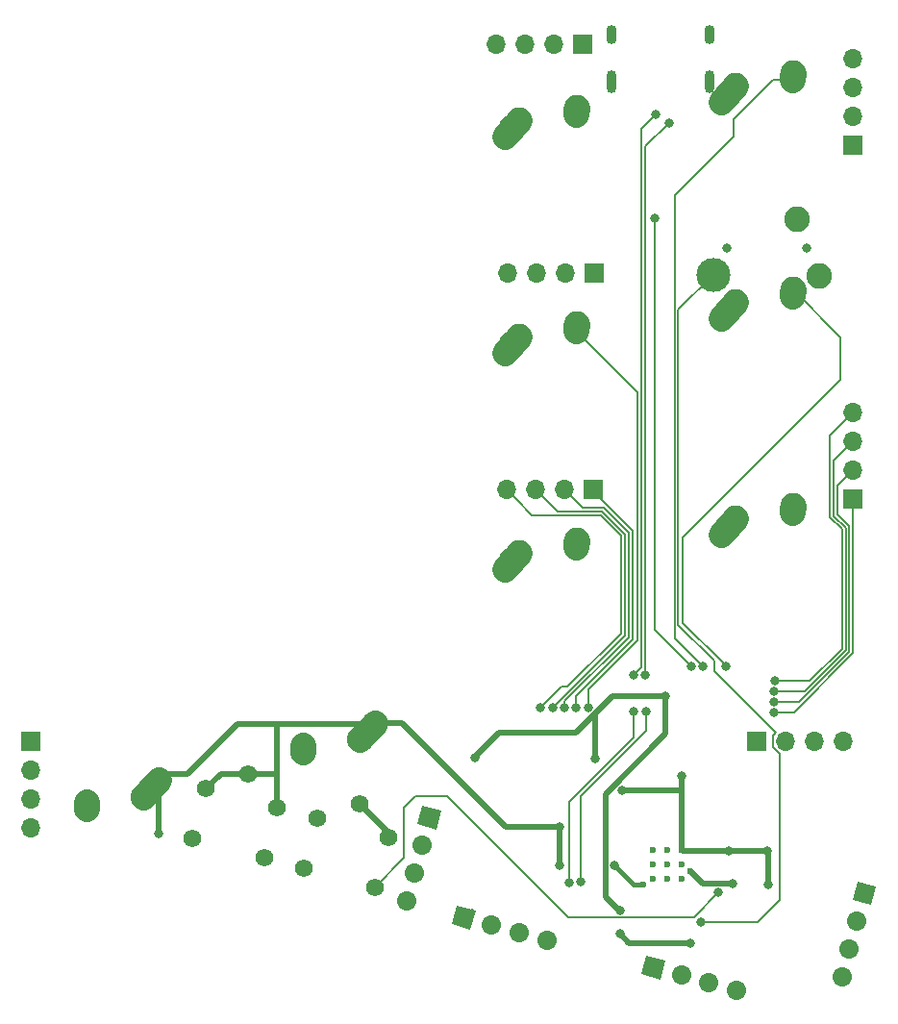
<source format=gbr>
G04 #@! TF.GenerationSoftware,KiCad,Pcbnew,(5.1.4)-1*
G04 #@! TF.CreationDate,2023-07-27T21:11:11-04:00*
G04 #@! TF.ProjectId,ThumbsUp,5468756d-6273-4557-902e-6b696361645f,rev?*
G04 #@! TF.SameCoordinates,Original*
G04 #@! TF.FileFunction,Copper,L1,Top*
G04 #@! TF.FilePolarity,Positive*
%FSLAX46Y46*%
G04 Gerber Fmt 4.6, Leading zero omitted, Abs format (unit mm)*
G04 Created by KiCad (PCBNEW (5.1.4)-1) date 2023-07-27 21:11:11*
%MOMM*%
%LPD*%
G04 APERTURE LIST*
%ADD10C,0.600000*%
%ADD11C,2.250000*%
%ADD12C,2.250000*%
%ADD13C,1.575000*%
%ADD14O,1.700000X1.700000*%
%ADD15R,1.700000X1.700000*%
%ADD16O,0.900000X1.700000*%
%ADD17O,0.900000X2.000000*%
%ADD18C,1.700000*%
%ADD19C,1.700000*%
%ADD20C,0.100000*%
%ADD21C,0.800000*%
%ADD22C,3.000000*%
%ADD23C,0.200000*%
%ADD24C,0.500000*%
%ADD25C,0.400000*%
G04 APERTURE END LIST*
D10*
X113825000Y-463325000D03*
X113825000Y-462050000D03*
X113825000Y-460775000D03*
X112550000Y-463325000D03*
X112550000Y-462050000D03*
X112550000Y-460775000D03*
X111275000Y-463325000D03*
X111275000Y-462050000D03*
X111275000Y-460775000D03*
D11*
X118582789Y-412512952D03*
X117927790Y-413242952D03*
D12*
X117272789Y-413972952D02*
X118582791Y-412512952D01*
D11*
X123622789Y-411432952D03*
X123602789Y-411722952D03*
D12*
X123582789Y-412012952D02*
X123622789Y-411432952D01*
D13*
X85447277Y-456655373D03*
X87998928Y-459674326D03*
X86826658Y-464018953D03*
X81723356Y-457981047D03*
X80551086Y-462325674D03*
X75669532Y-454055373D03*
X78221183Y-457074326D03*
X77048913Y-461418953D03*
X71945611Y-455381047D03*
X70773341Y-459725674D03*
D14*
X97510000Y-389820000D03*
X100050000Y-389820000D03*
X102590000Y-389820000D03*
D15*
X105130000Y-389820000D03*
D11*
X99532789Y-415512952D03*
X98877790Y-416242952D03*
D12*
X98222789Y-416972952D02*
X99532791Y-415512952D01*
D11*
X104572789Y-414432952D03*
X104552789Y-414722952D03*
D12*
X104532789Y-415012952D02*
X104572789Y-414432952D01*
D11*
X118582789Y-431562952D03*
X117927790Y-432292952D03*
D12*
X117272789Y-433022952D02*
X118582791Y-431562952D01*
D11*
X123622789Y-430482952D03*
X123602789Y-430772952D03*
D12*
X123582789Y-431062952D02*
X123622789Y-430482952D01*
D11*
X123602790Y-392672952D03*
D12*
X123582790Y-392962952D02*
X123622790Y-392382952D01*
D11*
X123622790Y-392382952D03*
X117927791Y-394192952D03*
D12*
X117272790Y-394922952D02*
X118582792Y-393462952D01*
D11*
X118582790Y-393462952D03*
X99532790Y-434562952D03*
X98877791Y-435292952D03*
D12*
X98222790Y-436022952D02*
X99532792Y-434562952D01*
D11*
X104572790Y-433482952D03*
X104552790Y-433772952D03*
D12*
X104532790Y-434062952D02*
X104572790Y-433482952D01*
D11*
X104552790Y-395672952D03*
D12*
X104532790Y-395962952D02*
X104572790Y-395382952D01*
D11*
X104572790Y-395382952D03*
X98877791Y-397192952D03*
D12*
X98222790Y-397922952D02*
X99532792Y-396462952D01*
D11*
X99532790Y-396462952D03*
X85482789Y-451062953D03*
X86137788Y-450332953D03*
D12*
X86792789Y-449602953D02*
X85482787Y-451062953D01*
D11*
X80442789Y-452142953D03*
X80462789Y-451852953D03*
D12*
X80482789Y-451562953D02*
X80442789Y-452142953D01*
D11*
X66432789Y-456062952D03*
X67087788Y-455332952D03*
D12*
X67742789Y-454602952D02*
X66432787Y-456062952D01*
D11*
X61392789Y-457142952D03*
X61412789Y-456852952D03*
D12*
X61432789Y-456562952D02*
X61392789Y-457142952D01*
D16*
X116300000Y-388925000D03*
X107660000Y-388925000D03*
D17*
X116300000Y-393095000D03*
X107660000Y-393095000D03*
D18*
X101993144Y-468685154D03*
D19*
X101993144Y-468685154D02*
X101993144Y-468685154D01*
D18*
X99539692Y-468027754D03*
D19*
X99539692Y-468027754D02*
X99539692Y-468027754D01*
D18*
X97086241Y-467370353D03*
D19*
X97086241Y-467370353D02*
X97086241Y-467370353D01*
D18*
X94632789Y-466712953D03*
D20*
G36*
X95233830Y-467753986D02*
G01*
X93591756Y-467313994D01*
X94031748Y-465671920D01*
X95673822Y-466111912D01*
X95233830Y-467753986D01*
X95233830Y-467753986D01*
G37*
D21*
X117800000Y-407725000D03*
X124800000Y-407725000D03*
D11*
X124000000Y-405200000D03*
D22*
X116600000Y-410125000D03*
D11*
X125900000Y-410250000D03*
D14*
X128876095Y-391098305D03*
X128876095Y-393638305D03*
X128876095Y-396178305D03*
D15*
X128876095Y-398718305D03*
D14*
X128940599Y-422224893D03*
X128940599Y-424764893D03*
X128940599Y-427304893D03*
D15*
X128940599Y-429844893D03*
D14*
X128068428Y-451181322D03*
X125528428Y-451181322D03*
X122988428Y-451181322D03*
D15*
X120448428Y-451181322D03*
D18*
X89627956Y-465271820D03*
D19*
X89627956Y-465271820D02*
X89627956Y-465271820D01*
D18*
X90285356Y-462818368D03*
D19*
X90285356Y-462818368D02*
X90285356Y-462818368D01*
D18*
X90942757Y-460364917D03*
D19*
X90942757Y-460364917D02*
X90942757Y-460364917D01*
D18*
X91600157Y-457911465D03*
D20*
G36*
X90559124Y-458512506D02*
G01*
X90999116Y-456870432D01*
X92641190Y-457310424D01*
X92201198Y-458952498D01*
X90559124Y-458512506D01*
X90559124Y-458512506D01*
G37*
D14*
X56532789Y-458812952D03*
X56532789Y-456272952D03*
X56532789Y-453732952D03*
D15*
X56532789Y-451192952D03*
D14*
X98376974Y-429020972D03*
X100916974Y-429020972D03*
X103456974Y-429020972D03*
D15*
X105996974Y-429020972D03*
D14*
X98534161Y-409935202D03*
X101074161Y-409935202D03*
X103614161Y-409935202D03*
D15*
X106154161Y-409935202D03*
D18*
X118693145Y-473085153D03*
D19*
X118693145Y-473085153D02*
X118693145Y-473085153D01*
D18*
X116239693Y-472427753D03*
D19*
X116239693Y-472427753D02*
X116239693Y-472427753D01*
D18*
X113786242Y-471770352D03*
D19*
X113786242Y-471770352D02*
X113786242Y-471770352D01*
D18*
X111332790Y-471112952D03*
D20*
G36*
X110731749Y-470071919D02*
G01*
X112373823Y-470511911D01*
X111933831Y-472153985D01*
X110291757Y-471713993D01*
X110731749Y-470071919D01*
X110731749Y-470071919D01*
G37*
D18*
X127932789Y-471912952D03*
D19*
X127932789Y-471912952D02*
X127932789Y-471912952D01*
D18*
X128590189Y-469459500D03*
D19*
X128590189Y-469459500D02*
X128590189Y-469459500D01*
D18*
X129247590Y-467006049D03*
D19*
X129247590Y-467006049D02*
X129247590Y-467006049D01*
D18*
X129904990Y-464552597D03*
D20*
G36*
X128863957Y-465153638D02*
G01*
X129303949Y-463511564D01*
X130946023Y-463951556D01*
X130506031Y-465593630D01*
X128863957Y-465153638D01*
X128863957Y-465153638D01*
G37*
D21*
X111569500Y-396012202D03*
X109625000Y-445350002D03*
X112740650Y-396720650D03*
X110650000Y-445375000D03*
D10*
X114600000Y-462650000D03*
X110450000Y-463800000D03*
D21*
X118300000Y-463700000D03*
X107899774Y-462095979D03*
D10*
X110450000Y-463800000D03*
X114600000Y-462650000D03*
X110450000Y-463800000D03*
X114600000Y-462650000D03*
D21*
X110700000Y-448550000D03*
X104950000Y-463573818D03*
X109625000Y-448575000D03*
X103925000Y-463625000D03*
X67742789Y-459332211D03*
X117975000Y-460823000D03*
X121400000Y-460875000D03*
X121425000Y-463775000D03*
X114575000Y-468975000D03*
X108375000Y-468150000D03*
X103100000Y-458750000D03*
X103100000Y-462150004D03*
X113825000Y-454275000D03*
X108600000Y-455500000D03*
X115525000Y-467102000D03*
X121950145Y-448655167D03*
X121947694Y-447728169D03*
X121964373Y-446801317D03*
X122000000Y-445875000D03*
X104500000Y-448199964D03*
X103519894Y-448199964D03*
X102466731Y-448199964D03*
X101422667Y-448199964D03*
X111430000Y-405160000D03*
X114650000Y-444600000D03*
X105600000Y-448200000D03*
X115715988Y-444606396D03*
X117750000Y-444600000D03*
X112425000Y-447225000D03*
X95600000Y-452627000D03*
X106200000Y-452700000D03*
X108410000Y-466073000D03*
X117075000Y-464525000D03*
D23*
X111569500Y-396012202D02*
X111560000Y-396021702D01*
X111569500Y-396012202D02*
X110300000Y-397281702D01*
X110300000Y-397281702D02*
X110300000Y-444675002D01*
X110024999Y-444950003D02*
X109625000Y-445350002D01*
X110300000Y-444675002D02*
X110024999Y-444950003D01*
X112740650Y-396720650D02*
X110650000Y-398811300D01*
X110650000Y-444809315D02*
X110650000Y-445375000D01*
X110650000Y-398811300D02*
X110650000Y-444809315D01*
X107900040Y-461900000D02*
X107900000Y-461900040D01*
X108000000Y-461900000D02*
X107900040Y-461900000D01*
D24*
X115650000Y-463700000D02*
X117734315Y-463700000D01*
X117734315Y-463700000D02*
X118300000Y-463700000D01*
X114600000Y-462650000D02*
X115650000Y-463700000D01*
D25*
X109603795Y-463800000D02*
X108299773Y-462495978D01*
X108299773Y-462495978D02*
X107899774Y-462095979D01*
X110450000Y-463800000D02*
X109603795Y-463800000D01*
D23*
X110700000Y-449115685D02*
X110700000Y-448550000D01*
X110700000Y-450237462D02*
X110700000Y-449115685D01*
X104950000Y-455987462D02*
X110700000Y-450237462D01*
X104950000Y-463573818D02*
X104950000Y-455987462D01*
X103925000Y-463059315D02*
X103925000Y-463625000D01*
X109625000Y-448575000D02*
X109625000Y-450850000D01*
X109625000Y-450850000D02*
X103925000Y-456550000D01*
X103925000Y-456550000D02*
X103925000Y-463059315D01*
D24*
X67742789Y-454602952D02*
X67742789Y-459332211D01*
X86792789Y-449752953D02*
X86792789Y-449602953D01*
X86739836Y-449700000D02*
X86792789Y-449752953D01*
X70300000Y-454100000D02*
X74700000Y-449700000D01*
X67742789Y-454602952D02*
X68245741Y-454100000D01*
X68245741Y-454100000D02*
X70300000Y-454100000D01*
X78221183Y-449821183D02*
X78100000Y-449700000D01*
X74700000Y-449700000D02*
X78100000Y-449700000D01*
X78100000Y-449700000D02*
X86739836Y-449700000D01*
X94632789Y-466712953D02*
X94787047Y-466712953D01*
X94787047Y-466712953D02*
X95356648Y-466143352D01*
X76807415Y-454031183D02*
X78221183Y-454031183D01*
X76783225Y-454055373D02*
X76807415Y-454031183D01*
X75669532Y-454055373D02*
X76783225Y-454055373D01*
X78221183Y-457074326D02*
X78221183Y-454031183D01*
X78221183Y-454031183D02*
X78221183Y-449821183D01*
X87998928Y-459207024D02*
X85447277Y-456655373D01*
X87998928Y-459674326D02*
X87998928Y-459207024D01*
X73271285Y-454055373D02*
X71945611Y-455381047D01*
X75669532Y-454055373D02*
X73271285Y-454055373D01*
D23*
X113873000Y-460823000D02*
X113825000Y-460775000D01*
D24*
X117975000Y-460823000D02*
X113873000Y-460823000D01*
X117975000Y-460823000D02*
X121098000Y-460823000D01*
X121098000Y-460823000D02*
X121500000Y-460823000D01*
X121425000Y-460898000D02*
X121500000Y-460823000D01*
X121425000Y-463775000D02*
X121425000Y-460898000D01*
X114575000Y-468975000D02*
X109200000Y-468975000D01*
X109200000Y-468975000D02*
X108375000Y-468150000D01*
X103100000Y-458750000D02*
X103100000Y-462150004D01*
X89177953Y-449602953D02*
X86792789Y-449602953D01*
X103100000Y-458750000D02*
X98325000Y-458750000D01*
X98325000Y-458750000D02*
X89177953Y-449602953D01*
X113740000Y-455500000D02*
X113825000Y-455585000D01*
X108600000Y-455500000D02*
X113740000Y-455500000D01*
X113825000Y-460775000D02*
X113825000Y-455585000D01*
X113825000Y-455585000D02*
X113825000Y-454275000D01*
D23*
X120548000Y-467102000D02*
X115525000Y-467102000D01*
X122477002Y-465172998D02*
X120548000Y-467102000D01*
X122477002Y-452263858D02*
X122477002Y-465172998D01*
X121911427Y-451698283D02*
X122477002Y-452263858D01*
X122146412Y-450429376D02*
X121911427Y-450664361D01*
X116719038Y-445002002D02*
X122146412Y-450429376D01*
X121911427Y-450664361D02*
X121911427Y-451698283D01*
X113529998Y-413195002D02*
X113529998Y-440903962D01*
X113529998Y-440903962D02*
X116675000Y-444048964D01*
X116600000Y-410125000D02*
X113529998Y-413195002D01*
X116675000Y-444048964D02*
X116675000Y-444996040D01*
X116675000Y-444996040D02*
X116669038Y-445002002D01*
X116669038Y-445002002D02*
X116719038Y-445002002D01*
X128940599Y-443426790D02*
X128940599Y-430894893D01*
X123712222Y-448655167D02*
X128940599Y-443426790D01*
X128940599Y-430894893D02*
X128940599Y-429844893D01*
X121950145Y-448655167D02*
X123712222Y-448655167D01*
X121947694Y-447728169D02*
X124176757Y-447728169D01*
X124176757Y-447728169D02*
X128594022Y-443310904D01*
X128594022Y-432244098D02*
X127554022Y-431204098D01*
X127554022Y-431204098D02*
X127554022Y-428691470D01*
X128090600Y-428154892D02*
X128940599Y-427304893D01*
X127554022Y-428691470D02*
X128090600Y-428154892D01*
X128594022Y-443310904D02*
X128594022Y-432244098D01*
X128090600Y-425614892D02*
X128940599Y-424764893D01*
X127227011Y-426478481D02*
X128090600Y-425614892D01*
X127227011Y-431339550D02*
X127227011Y-426478481D01*
X128267011Y-432379550D02*
X127227011Y-431339550D01*
X128267011Y-443175452D02*
X128267011Y-432379550D01*
X124641146Y-446801317D02*
X128267011Y-443175452D01*
X121964373Y-446801317D02*
X124641146Y-446801317D01*
X128090600Y-423074892D02*
X128940599Y-422224893D01*
X126900000Y-431475002D02*
X126900000Y-424265492D01*
X127940000Y-432515002D02*
X126900000Y-431475002D01*
X127940000Y-443040000D02*
X127940000Y-432515002D01*
X122000000Y-445875000D02*
X125105000Y-445875000D01*
X126900000Y-424265492D02*
X128090600Y-423074892D01*
X125105000Y-445875000D02*
X127940000Y-443040000D01*
X105879028Y-429020972D02*
X105996974Y-429020972D01*
X105996974Y-429211974D02*
X105996974Y-429020972D01*
X109472989Y-442215011D02*
X109472989Y-432687989D01*
X104500000Y-447188000D02*
X109472989Y-442215011D01*
X109472989Y-432687989D02*
X105996974Y-429211974D01*
X104500000Y-448199964D02*
X104500000Y-447188000D01*
X103519894Y-447634279D02*
X109145978Y-442008195D01*
X105081980Y-430645978D02*
X104306973Y-429870971D01*
X109145978Y-442008195D02*
X109145978Y-432823440D01*
X103519894Y-448199964D02*
X103519894Y-447634279D01*
X106968516Y-430645978D02*
X105081980Y-430645978D01*
X104306973Y-429870971D02*
X103456974Y-429020972D01*
X109145978Y-432823440D02*
X106968516Y-430645978D01*
X106833065Y-430972989D02*
X102868991Y-430972989D01*
X101766973Y-429870971D02*
X100916974Y-429020972D01*
X108818967Y-432958891D02*
X106833065Y-430972989D01*
X102466731Y-448199964D02*
X102866730Y-447799965D01*
X102868991Y-430972989D02*
X101766973Y-429870971D01*
X102872035Y-447799965D02*
X108818967Y-441853033D01*
X108818967Y-441853033D02*
X108818967Y-432958891D01*
X102866730Y-447799965D02*
X102872035Y-447799965D01*
X99226973Y-429870971D02*
X98376974Y-429020972D01*
X100656002Y-431300000D02*
X99226973Y-429870971D01*
X101422667Y-448199964D02*
X103217631Y-446405000D01*
X103759000Y-446405000D02*
X108491956Y-441672044D01*
X108491956Y-441672044D02*
X108491956Y-433094342D01*
X108491956Y-433094342D02*
X106697614Y-431300000D01*
X103217631Y-446405000D02*
X103759000Y-446405000D01*
X106697614Y-431300000D02*
X100656002Y-431300000D01*
X105152790Y-395962952D02*
X104532790Y-395962952D01*
X111430000Y-441380000D02*
X114250001Y-444200001D01*
X114250001Y-444200001D02*
X114650000Y-444600000D01*
X111430000Y-405160000D02*
X111430000Y-441380000D01*
X105600000Y-446650000D02*
X105600000Y-448200000D01*
X109950000Y-442300000D02*
X105600000Y-446650000D01*
X104532789Y-415012952D02*
X109950000Y-420430163D01*
X109950000Y-420430163D02*
X109950000Y-442300000D01*
X123582790Y-392962952D02*
X121837048Y-392962952D01*
X115315989Y-444206397D02*
X115715988Y-444606396D01*
X113202988Y-442093396D02*
X115315989Y-444206397D01*
X118360000Y-396440000D02*
X118360000Y-397960000D01*
X118360000Y-397960000D02*
X113202988Y-403117012D01*
X121837048Y-392962952D02*
X118360000Y-396440000D01*
X113202988Y-403117012D02*
X113202988Y-442093396D01*
X113930000Y-440780000D02*
X117350001Y-444200001D01*
X113930000Y-433210000D02*
X113930000Y-440780000D01*
X127787534Y-419352466D02*
X113930000Y-433210000D01*
X123622789Y-411432952D02*
X127787534Y-415597697D01*
X127787534Y-415597697D02*
X127787534Y-419352466D01*
X117350001Y-444200001D02*
X117750000Y-444600000D01*
D24*
X97775000Y-450400000D02*
X95600000Y-452575000D01*
X104549962Y-450400000D02*
X97775000Y-450400000D01*
X112425000Y-447225000D02*
X107724962Y-447225000D01*
X95600000Y-452575000D02*
X95600000Y-452627000D01*
X106200000Y-448749962D02*
X106224981Y-448724981D01*
X106200000Y-452700000D02*
X106200000Y-448749962D01*
X107724962Y-447225000D02*
X106224981Y-448724981D01*
X106224981Y-448724981D02*
X104549962Y-450400000D01*
X108313000Y-466073000D02*
X108410000Y-466073000D01*
X107122773Y-464882773D02*
X108313000Y-466073000D01*
X107122773Y-455827265D02*
X107122773Y-464882773D01*
X112425000Y-447225000D02*
X112425000Y-450525038D01*
X112425000Y-450525038D02*
X107122773Y-455827265D01*
D23*
X86826658Y-464018953D02*
X86351651Y-464018953D01*
X86351651Y-464018953D02*
X86251651Y-463918953D01*
X114900000Y-466700000D02*
X103870000Y-466700000D01*
X117075000Y-464525000D02*
X114900000Y-466700000D01*
X103870000Y-466700000D02*
X93176000Y-456006000D01*
X93176000Y-456006000D02*
X90394000Y-456006000D01*
X90394000Y-456006000D02*
X89400000Y-457000000D01*
X89400000Y-461445611D02*
X86826658Y-464018953D01*
X89400000Y-457000000D02*
X89400000Y-461445611D01*
M02*

</source>
